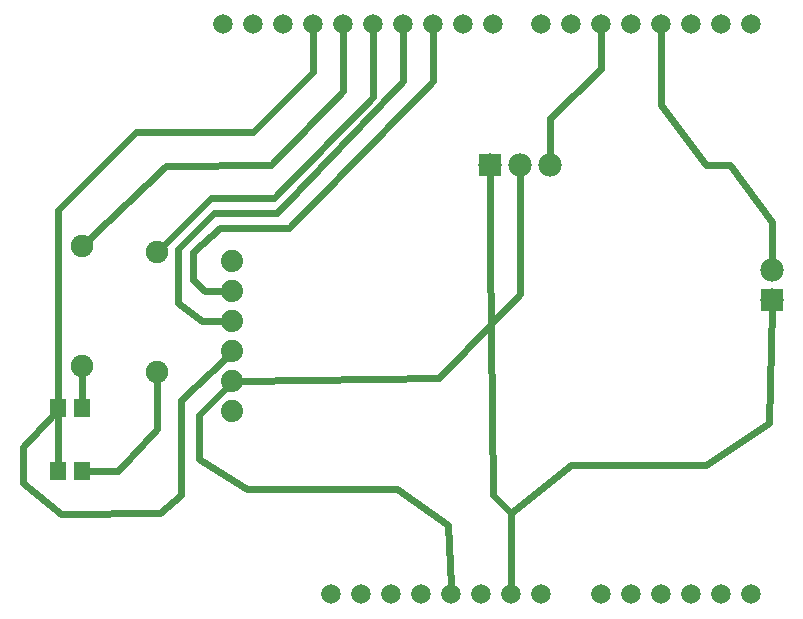
<source format=gtl>
G04 MADE WITH FRITZING*
G04 WWW.FRITZING.ORG*
G04 DOUBLE SIDED*
G04 HOLES PLATED*
G04 CONTOUR ON CENTER OF CONTOUR VECTOR*
%ASAXBY*%
%FSLAX23Y23*%
%MOIN*%
%OFA0B0*%
%SFA1.0B1.0*%
%ADD10C,0.065278*%
%ADD11C,0.074000*%
%ADD12C,0.078000*%
%ADD13C,0.075000*%
%ADD14R,0.055118X0.059055*%
%ADD15R,0.078000X0.078000*%
%ADD16C,0.024000*%
%LNCOPPER1*%
G90*
G70*
G54D10*
X2132Y222D03*
X2232Y222D03*
X2332Y222D03*
X2432Y222D03*
X2532Y222D03*
X1672Y2122D03*
X1572Y2122D03*
X1472Y2122D03*
X1372Y2122D03*
X1272Y2122D03*
X1172Y2122D03*
X1072Y2122D03*
X972Y2122D03*
X872Y2122D03*
X772Y2122D03*
X2532Y2122D03*
X2432Y2122D03*
X2332Y2122D03*
X2232Y2122D03*
X2132Y2122D03*
X2032Y2122D03*
X1932Y2122D03*
X1832Y2122D03*
X1232Y222D03*
X1132Y222D03*
X1332Y222D03*
X1432Y222D03*
X1532Y222D03*
X1632Y222D03*
X1732Y222D03*
X1832Y222D03*
X2032Y222D03*
G54D11*
X802Y832D03*
X802Y932D03*
X802Y1032D03*
X802Y1132D03*
X802Y1232D03*
X802Y1332D03*
G54D12*
X2602Y1202D03*
X2602Y1302D03*
X1662Y1652D03*
X1762Y1652D03*
X1862Y1652D03*
G54D13*
X302Y1382D03*
X302Y982D03*
X552Y962D03*
X552Y1362D03*
G54D14*
X222Y632D03*
X302Y632D03*
G54D15*
X2602Y1202D03*
G54D14*
X222Y842D03*
X302Y842D03*
G54D15*
X1662Y1652D03*
G54D16*
X1071Y1962D02*
X1072Y2091D01*
D02*
X873Y1762D02*
X1071Y1962D01*
D02*
X222Y1502D02*
X482Y1762D01*
D02*
X482Y1762D02*
X873Y1762D01*
D02*
X222Y866D02*
X222Y1502D01*
D02*
X302Y952D02*
X302Y866D01*
D02*
X302Y954D02*
X302Y952D01*
D02*
X223Y732D02*
X222Y818D01*
D02*
X222Y656D02*
X223Y732D01*
D02*
X552Y772D02*
X552Y934D01*
D02*
X423Y632D02*
X552Y772D01*
D02*
X324Y632D02*
X423Y632D01*
D02*
X104Y713D02*
X200Y818D01*
D02*
X630Y870D02*
X632Y552D01*
D02*
X632Y552D02*
X563Y493D01*
D02*
X563Y493D02*
X232Y491D01*
D02*
X104Y594D02*
X104Y713D01*
D02*
X780Y1011D02*
X630Y870D01*
D02*
X232Y491D02*
X104Y594D01*
D02*
X993Y1442D02*
X762Y1442D01*
D02*
X1472Y1932D02*
X993Y1442D01*
D02*
X762Y1442D02*
X672Y1362D01*
D02*
X1472Y2091D02*
X1472Y1932D01*
D02*
X713Y1232D02*
X771Y1232D01*
D02*
X672Y1362D02*
X672Y1271D01*
D02*
X672Y1271D02*
X713Y1232D01*
D02*
X623Y1193D02*
X703Y1132D01*
D02*
X703Y1132D02*
X771Y1132D01*
D02*
X1372Y2091D02*
X1372Y1932D01*
D02*
X622Y1372D02*
X623Y1193D01*
D02*
X952Y1492D02*
X742Y1492D01*
D02*
X1372Y1932D02*
X952Y1492D01*
D02*
X742Y1492D02*
X622Y1372D01*
D02*
X731Y1543D02*
X572Y1383D01*
D02*
X941Y1543D02*
X731Y1543D01*
D02*
X1271Y1881D02*
X941Y1543D01*
D02*
X1272Y2091D02*
X1271Y1881D01*
D02*
X1172Y1901D02*
X1172Y2091D01*
D02*
X932Y1653D02*
X1172Y1901D01*
D02*
X583Y1651D02*
X932Y1653D01*
D02*
X323Y1402D02*
X583Y1651D01*
D02*
X852Y573D02*
X1351Y573D01*
D02*
X1351Y573D02*
X1523Y452D01*
D02*
X692Y674D02*
X852Y573D01*
D02*
X1523Y452D02*
X1531Y253D01*
D02*
X692Y821D02*
X692Y674D01*
D02*
X780Y910D02*
X692Y821D01*
D02*
X1662Y1622D02*
X1662Y1363D01*
D02*
X1662Y1363D02*
X1672Y553D01*
D02*
X1672Y553D02*
X1732Y493D01*
D02*
X1732Y493D02*
X1732Y253D01*
D02*
X1762Y1622D02*
X1763Y1223D01*
D02*
X1763Y1223D02*
X1492Y943D01*
D02*
X1492Y943D02*
X833Y933D01*
D02*
X2031Y1972D02*
X2032Y2091D01*
D02*
X1863Y1811D02*
X2031Y1972D01*
D02*
X1862Y1682D02*
X1863Y1811D01*
D02*
X2463Y1652D02*
X2382Y1652D01*
D02*
X2382Y1652D02*
X2232Y1852D01*
D02*
X2602Y1463D02*
X2463Y1652D01*
D02*
X2232Y1852D02*
X2232Y2091D01*
D02*
X2602Y1332D02*
X2602Y1463D01*
D02*
X1933Y653D02*
X1732Y493D01*
D02*
X1732Y493D02*
X1732Y253D01*
D02*
X2383Y653D02*
X1933Y653D01*
D02*
X2592Y792D02*
X2383Y653D01*
D02*
X2602Y1172D02*
X2592Y792D01*
G04 End of Copper1*
M02*
</source>
